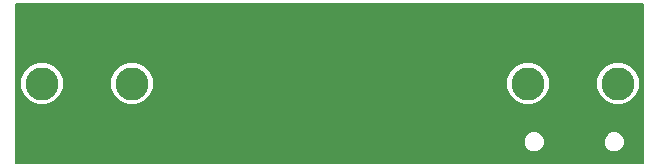
<source format=gbr>
G04 #@! TF.FileFunction,Copper,L2,Bot,Signal*
%FSLAX46Y46*%
G04 Gerber Fmt 4.6, Leading zero omitted, Abs format (unit mm)*
G04 Created by KiCad (PCBNEW 4.0.7) date 11/27/17 09:39:58*
%MOMM*%
%LPD*%
G01*
G04 APERTURE LIST*
%ADD10C,0.100000*%
%ADD11C,2.794000*%
%ADD12C,0.127000*%
G04 APERTURE END LIST*
D10*
D11*
X188230000Y-112900000D03*
X195850000Y-112900000D03*
X229378000Y-112900000D03*
X236998000Y-112900000D03*
D12*
G36*
X239130500Y-119630500D02*
X186069500Y-119630500D01*
X186069500Y-117977146D01*
X229005345Y-117977146D01*
X229141238Y-118306031D01*
X229392645Y-118557878D01*
X229721292Y-118694344D01*
X230077146Y-118694655D01*
X230406031Y-118558762D01*
X230657878Y-118307355D01*
X230794344Y-117978708D01*
X230794345Y-117977146D01*
X235805345Y-117977146D01*
X235941238Y-118306031D01*
X236192645Y-118557878D01*
X236521292Y-118694344D01*
X236877146Y-118694655D01*
X237206031Y-118558762D01*
X237457878Y-118307355D01*
X237594344Y-117978708D01*
X237594655Y-117622854D01*
X237458762Y-117293969D01*
X237207355Y-117042122D01*
X236878708Y-116905656D01*
X236522854Y-116905345D01*
X236193969Y-117041238D01*
X235942122Y-117292645D01*
X235805656Y-117621292D01*
X235805345Y-117977146D01*
X230794345Y-117977146D01*
X230794655Y-117622854D01*
X230658762Y-117293969D01*
X230407355Y-117042122D01*
X230078708Y-116905656D01*
X229722854Y-116905345D01*
X229393969Y-117041238D01*
X229142122Y-117292645D01*
X229005656Y-117621292D01*
X229005345Y-117977146D01*
X186069500Y-117977146D01*
X186069500Y-113264690D01*
X186388181Y-113264690D01*
X186667942Y-113941763D01*
X187185512Y-114460237D01*
X187862096Y-114741180D01*
X188594690Y-114741819D01*
X189271763Y-114462058D01*
X189790237Y-113944488D01*
X190071180Y-113267904D01*
X190071182Y-113264690D01*
X194008181Y-113264690D01*
X194287942Y-113941763D01*
X194805512Y-114460237D01*
X195482096Y-114741180D01*
X196214690Y-114741819D01*
X196891763Y-114462058D01*
X197410237Y-113944488D01*
X197691180Y-113267904D01*
X197691182Y-113264690D01*
X227536181Y-113264690D01*
X227815942Y-113941763D01*
X228333512Y-114460237D01*
X229010096Y-114741180D01*
X229742690Y-114741819D01*
X230419763Y-114462058D01*
X230938237Y-113944488D01*
X231219180Y-113267904D01*
X231219182Y-113264690D01*
X235156181Y-113264690D01*
X235435942Y-113941763D01*
X235953512Y-114460237D01*
X236630096Y-114741180D01*
X237362690Y-114741819D01*
X238039763Y-114462058D01*
X238558237Y-113944488D01*
X238839180Y-113267904D01*
X238839819Y-112535310D01*
X238560058Y-111858237D01*
X238042488Y-111339763D01*
X237365904Y-111058820D01*
X236633310Y-111058181D01*
X235956237Y-111337942D01*
X235437763Y-111855512D01*
X235156820Y-112532096D01*
X235156181Y-113264690D01*
X231219182Y-113264690D01*
X231219819Y-112535310D01*
X230940058Y-111858237D01*
X230422488Y-111339763D01*
X229745904Y-111058820D01*
X229013310Y-111058181D01*
X228336237Y-111337942D01*
X227817763Y-111855512D01*
X227536820Y-112532096D01*
X227536181Y-113264690D01*
X197691182Y-113264690D01*
X197691819Y-112535310D01*
X197412058Y-111858237D01*
X196894488Y-111339763D01*
X196217904Y-111058820D01*
X195485310Y-111058181D01*
X194808237Y-111337942D01*
X194289763Y-111855512D01*
X194008820Y-112532096D01*
X194008181Y-113264690D01*
X190071182Y-113264690D01*
X190071819Y-112535310D01*
X189792058Y-111858237D01*
X189274488Y-111339763D01*
X188597904Y-111058820D01*
X187865310Y-111058181D01*
X187188237Y-111337942D01*
X186669763Y-111855512D01*
X186388820Y-112532096D01*
X186388181Y-113264690D01*
X186069500Y-113264690D01*
X186069500Y-106169500D01*
X239130500Y-106169500D01*
X239130500Y-119630500D01*
X239130500Y-119630500D01*
G37*
X239130500Y-119630500D02*
X186069500Y-119630500D01*
X186069500Y-117977146D01*
X229005345Y-117977146D01*
X229141238Y-118306031D01*
X229392645Y-118557878D01*
X229721292Y-118694344D01*
X230077146Y-118694655D01*
X230406031Y-118558762D01*
X230657878Y-118307355D01*
X230794344Y-117978708D01*
X230794345Y-117977146D01*
X235805345Y-117977146D01*
X235941238Y-118306031D01*
X236192645Y-118557878D01*
X236521292Y-118694344D01*
X236877146Y-118694655D01*
X237206031Y-118558762D01*
X237457878Y-118307355D01*
X237594344Y-117978708D01*
X237594655Y-117622854D01*
X237458762Y-117293969D01*
X237207355Y-117042122D01*
X236878708Y-116905656D01*
X236522854Y-116905345D01*
X236193969Y-117041238D01*
X235942122Y-117292645D01*
X235805656Y-117621292D01*
X235805345Y-117977146D01*
X230794345Y-117977146D01*
X230794655Y-117622854D01*
X230658762Y-117293969D01*
X230407355Y-117042122D01*
X230078708Y-116905656D01*
X229722854Y-116905345D01*
X229393969Y-117041238D01*
X229142122Y-117292645D01*
X229005656Y-117621292D01*
X229005345Y-117977146D01*
X186069500Y-117977146D01*
X186069500Y-113264690D01*
X186388181Y-113264690D01*
X186667942Y-113941763D01*
X187185512Y-114460237D01*
X187862096Y-114741180D01*
X188594690Y-114741819D01*
X189271763Y-114462058D01*
X189790237Y-113944488D01*
X190071180Y-113267904D01*
X190071182Y-113264690D01*
X194008181Y-113264690D01*
X194287942Y-113941763D01*
X194805512Y-114460237D01*
X195482096Y-114741180D01*
X196214690Y-114741819D01*
X196891763Y-114462058D01*
X197410237Y-113944488D01*
X197691180Y-113267904D01*
X197691182Y-113264690D01*
X227536181Y-113264690D01*
X227815942Y-113941763D01*
X228333512Y-114460237D01*
X229010096Y-114741180D01*
X229742690Y-114741819D01*
X230419763Y-114462058D01*
X230938237Y-113944488D01*
X231219180Y-113267904D01*
X231219182Y-113264690D01*
X235156181Y-113264690D01*
X235435942Y-113941763D01*
X235953512Y-114460237D01*
X236630096Y-114741180D01*
X237362690Y-114741819D01*
X238039763Y-114462058D01*
X238558237Y-113944488D01*
X238839180Y-113267904D01*
X238839819Y-112535310D01*
X238560058Y-111858237D01*
X238042488Y-111339763D01*
X237365904Y-111058820D01*
X236633310Y-111058181D01*
X235956237Y-111337942D01*
X235437763Y-111855512D01*
X235156820Y-112532096D01*
X235156181Y-113264690D01*
X231219182Y-113264690D01*
X231219819Y-112535310D01*
X230940058Y-111858237D01*
X230422488Y-111339763D01*
X229745904Y-111058820D01*
X229013310Y-111058181D01*
X228336237Y-111337942D01*
X227817763Y-111855512D01*
X227536820Y-112532096D01*
X227536181Y-113264690D01*
X197691182Y-113264690D01*
X197691819Y-112535310D01*
X197412058Y-111858237D01*
X196894488Y-111339763D01*
X196217904Y-111058820D01*
X195485310Y-111058181D01*
X194808237Y-111337942D01*
X194289763Y-111855512D01*
X194008820Y-112532096D01*
X194008181Y-113264690D01*
X190071182Y-113264690D01*
X190071819Y-112535310D01*
X189792058Y-111858237D01*
X189274488Y-111339763D01*
X188597904Y-111058820D01*
X187865310Y-111058181D01*
X187188237Y-111337942D01*
X186669763Y-111855512D01*
X186388820Y-112532096D01*
X186388181Y-113264690D01*
X186069500Y-113264690D01*
X186069500Y-106169500D01*
X239130500Y-106169500D01*
X239130500Y-119630500D01*
M02*

</source>
